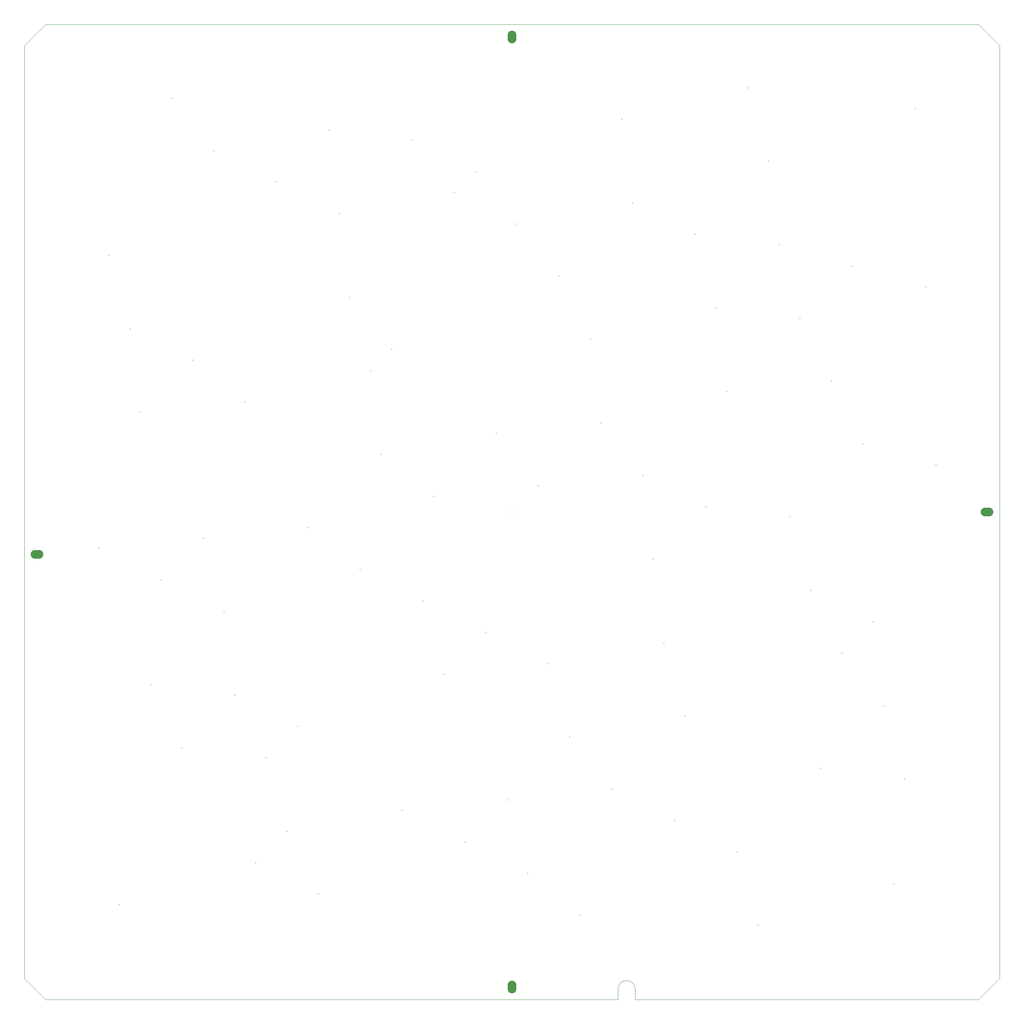
<source format=gbr>
G04 MODS 9x9 Sudoku Sampled Pinhole Sieve Mask *
G04 Created by R. Stoll & R. Pogge 2012 Sept 11 *

%FSLAX33Y33*%
%MOMM*%
%SFA1.0B1.0*%

G04 Aperture Definition *
%ADD10C,0.0*%
%ADD11C,0.240*%
%ADD501R,0.150X0.700*%
%ADD502R,0.700X0.150*%
%ADD521O,3.000X2.050*%
%ADD522O,2.050X3.000*%

%LNMASK*%
%LPD*%
G04 Slits *
G54D11*
X120000Y120000D03*
G54D11*
X27400Y27400D03*
G54D11*
X59500Y37300D03*
G54D11*
X74300Y29900D03*
G54D11*
X108900Y42200D03*
G54D11*
X123700Y34800D03*
G54D11*
X136000Y24900D03*
G54D11*
X173100Y39800D03*
G54D11*
X178000Y22500D03*
G54D11*
X210100Y32300D03*
G54D11*
X42200Y64400D03*
G54D11*
X62000Y62000D03*
G54D11*
X66900Y44700D03*
G54D11*
X94100Y49600D03*
G54D11*
X118800Y52100D03*
G54D11*
X143500Y54599D03*
G54D11*
X158300Y47200D03*
G54D11*
X192800Y59500D03*
G54D11*
X212600Y57000D03*
G54D11*
X34800Y79300D03*
G54D11*
X54599Y76800D03*
G54D11*
X69400Y69400D03*
G54D11*
X104000Y81700D03*
G54D11*
X128600Y84200D03*
G54D11*
X133600Y66900D03*
G54D11*
X160700Y71900D03*
G54D11*
X197800Y86700D03*
G54D11*
X207700Y74300D03*
G54D11*
X37300Y104000D03*
G54D11*
X52100Y96500D03*
G54D11*
X84200Y106400D03*
G54D11*
X99000Y99000D03*
G54D11*
X113800Y91600D03*
G54D11*
X153300Y108900D03*
G54D11*
X155800Y89100D03*
G54D11*
X190400Y101500D03*
G54D11*
X205200Y94100D03*
G54D11*
X22500Y111400D03*
G54D11*
X47200Y113800D03*
G54D11*
X71900Y116300D03*
G54D11*
X101500Y123700D03*
G54D11*
X126200Y126200D03*
G54D11*
X150900Y128600D03*
G54D11*
X165700Y121200D03*
G54D11*
X185400Y118800D03*
G54D11*
X220000Y131100D03*
G54D11*
X32300Y143500D03*
G54D11*
X57000Y145900D03*
G54D11*
X86700Y153300D03*
G54D11*
X89100Y133600D03*
G54D11*
X116300Y138500D03*
G54D11*
X141000Y141000D03*
G54D11*
X170600Y148400D03*
G54D11*
X195300Y150900D03*
G54D11*
X202700Y136000D03*
G54D11*
X29900Y163200D03*
G54D11*
X44700Y155800D03*
G54D11*
X81700Y170600D03*
G54D11*
X91600Y158300D03*
G54D11*
X131100Y175600D03*
G54D11*
X138500Y160700D03*
G54D11*
X168100Y168100D03*
G54D11*
X187900Y165700D03*
G54D11*
X217500Y173100D03*
G54D11*
X24900Y180500D03*
G54D11*
X64400Y197800D03*
G54D11*
X79300Y190400D03*
G54D11*
X106400Y195300D03*
G54D11*
X121200Y187900D03*
G54D11*
X148400Y192800D03*
G54D11*
X163200Y185400D03*
G54D11*
X183000Y183000D03*
G54D11*
X200200Y178000D03*
G54D11*
X39800Y217500D03*
G54D11*
X49600Y205200D03*
G54D11*
X76800Y210100D03*
G54D11*
X96500Y207700D03*
G54D11*
X111400Y200200D03*
G54D11*
X145900Y212600D03*
G54D11*
X175600Y220000D03*
G54D11*
X180500Y202700D03*
G54D11*
X215100Y215100D03*

G04 Centering Holes *
G54D521*
X232000Y120000D03*
X8000Y110000D03*
G54D522*
X120000Y232000D03*
X120000Y8000D03*
G54D10*

G04 Mask Countour *
G01X5000Y10000D02*
X10000Y5000D01*
X145000Y5000D01*
X145000Y7500D01*
G75*
G02X149000Y7500I2000J0D01*
G01X149000Y5000D01*
X230000Y5000D01*
X235000Y10000D01*
X235000Y230000D01*
X230000Y235000D01*
X10000Y235000D01*
X5000Y230000D01*
X5000Y10000D01*
M02*

</source>
